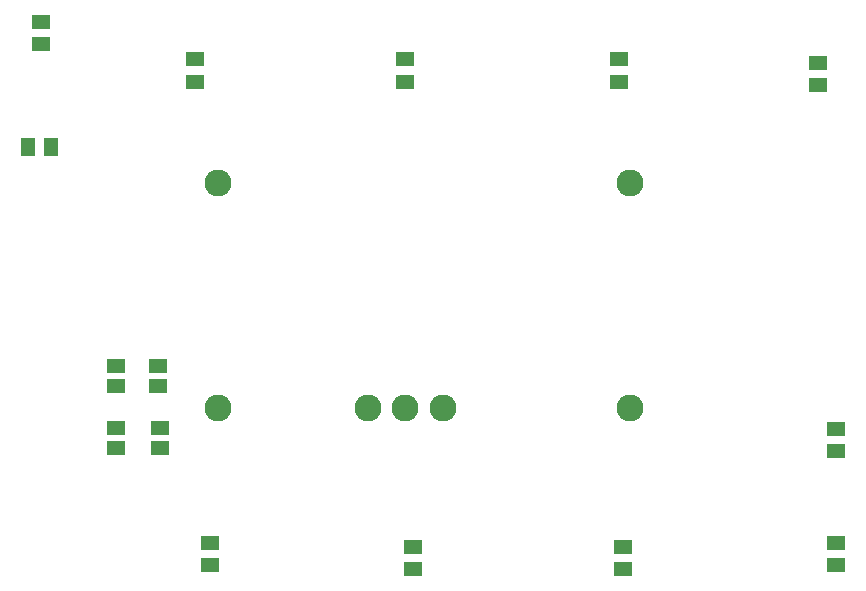
<source format=gtp>
G75*
%MOIN*%
%OFA0B0*%
%FSLAX24Y24*%
%IPPOS*%
%LPD*%
%AMOC8*
5,1,8,0,0,1.08239X$1,22.5*
%
%ADD10R,0.0630X0.0512*%
%ADD11R,0.0512X0.0630*%
%ADD12C,0.0900*%
%ADD13R,0.0591X0.0512*%
D10*
X006333Y023709D03*
X006333Y024457D03*
X032833Y010895D03*
X032833Y010147D03*
D11*
X006645Y020271D03*
X005897Y020271D03*
D12*
X012208Y019083D03*
X012208Y011583D03*
X017208Y011583D03*
X018458Y011583D03*
X019708Y011583D03*
X025958Y011583D03*
X025958Y019083D03*
D13*
X011958Y006334D03*
X011958Y007082D03*
X010271Y010248D03*
X010271Y010918D03*
X010208Y012311D03*
X010208Y012980D03*
X008833Y012980D03*
X008833Y012311D03*
X008833Y010918D03*
X008833Y010248D03*
X018708Y006957D03*
X018708Y006209D03*
X025708Y006209D03*
X025708Y006957D03*
X032833Y007082D03*
X032833Y006334D03*
X032208Y022334D03*
X032208Y023082D03*
X025583Y023207D03*
X025583Y022459D03*
X018458Y022459D03*
X018458Y023207D03*
X011458Y023207D03*
X011458Y022459D03*
M02*

</source>
